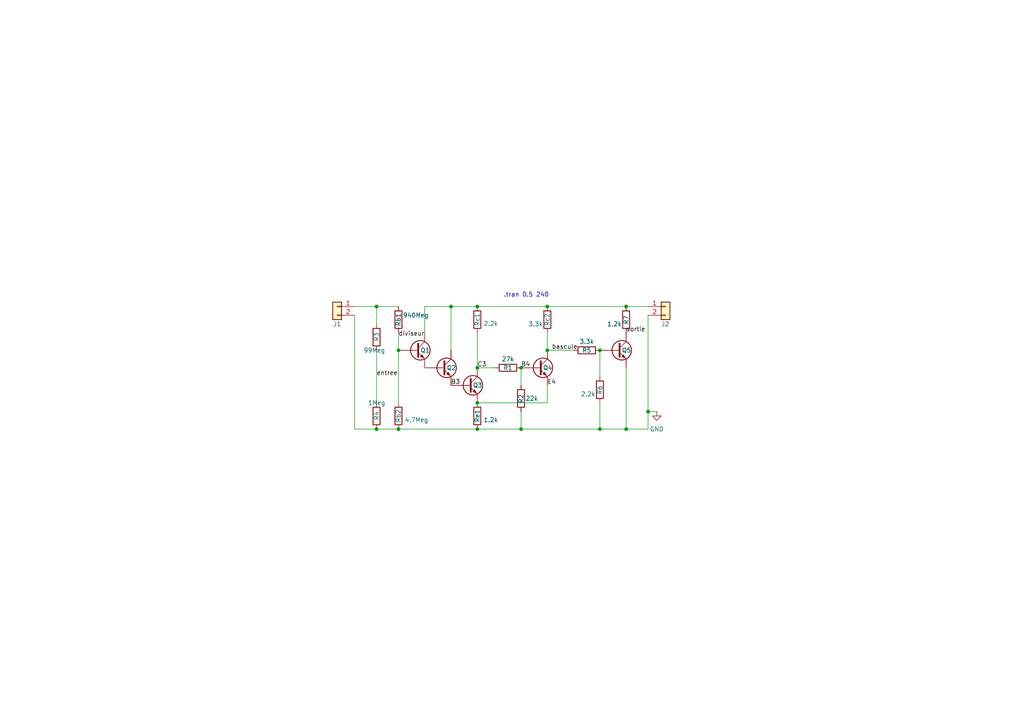
<source format=kicad_sch>
(kicad_sch (version 20211123) (generator eeschema)
  (paper "A4")
  (lib_symbols
    (symbol "common:Conn_01x02" (pin_names (offset 1.016) hide)
      (property "Reference" "J" (at 0 2.54 0))
      (symbol "Conn_01x02_1_1"
        (rectangle (start -1.27 -2.413) (end 0 -2.667) (stroke (width 0.1524)))
        (rectangle (start -1.27 0.127) (end 0 -0.127) (stroke (width 0.1524)))
        (rectangle (start -1.27 1.27) (end 1.27 -3.81) (stroke (width 0.254)) (fill (type background)))
        (pin passive line (at -5.08 0 0) (length 3.81) (name "Pin_1") (number "1"))
        (pin passive line (at -5.08 -2.54 0) (length 3.81) (name "Pin_2") (number "2"))
      )
    )
    (symbol "common:NPN" (pin_numbers hide) (pin_names (offset 0) hide)
      (property "Reference" "Q" (at 1.27 0 0))
      (symbol "NPN_0_1"
        (polyline (pts (xy 0 0) (xy 0.635 0)))
        (polyline (pts (xy 0.635 0.635) (xy 2.54 2.54)))
        (polyline (pts (xy 0.635 -0.635) (xy 2.54 -2.54) (xy 2.54 -2.54)))
        (polyline (pts (xy 0.635 1.905) (xy 0.635 -1.905) (xy 0.635 -1.905)) (stroke (width 0.508)))
        (polyline (pts (xy 1.27 -1.778) (xy 1.778 -1.27) (xy 2.286 -2.286) (xy 1.27 -1.778) (xy 1.27 -1.778)) (fill (type outline)))
        (circle (center 1.27 0) (radius 2.8194) (stroke (width 0.254)))
      )
      (symbol "NPN_1_1"
        (pin passive line (at 2.54 5.08 270) (length 2.54) (name "C") (number "1"))
        (pin input line (at -5.08 0 0) (length 5.08) (name "B") (number "2"))
        (pin passive line (at 2.54 -5.08 90) (length 2.54) (name "E") (number "3"))
      )
    )
    (symbol "common:R" (pin_numbers hide) (pin_names (offset 0) hide)
      (property "Reference" "R" (at 0 0 90))
      (symbol "R_0_1"
        (rectangle (start -1.016 -2.54) (end 1.016 2.54) (stroke (width 0.254)))
      )
      (symbol "R_1_1"
        (pin passive line (at 0 3.81 270) (length 1.27) (name "~") (number "1"))
        (pin passive line (at 0 -3.81 90) (length 1.27) (name "~") (number "2"))
      )
    )
    (symbol "power:GND" (power) (pin_names (offset 0))
      (property "Value" "GND" (at 0 -3.81 0))
      (symbol "GND_0_1"
        (polyline (pts (xy 0 0) (xy 0 -1.27) (xy 1.27 -1.27) (xy 0 -2.54) (xy -1.27 -1.27) (xy 0 -1.27)))
      )
      (symbol "GND_1_1"
        (pin power_in line (at 0 0 270) (length 0) hide (name "GND") (number "1"))
      )
    )
  )
  (junction (at 138.43 106.68))
  (junction (at 187.96 119.38))
  (junction (at 158.75 101.6))
  (junction (at 130.81 88.9))
  (junction (at 115.57 124.46))
  (junction (at 181.61 124.46))
  (junction (at 138.43 88.9))
  (junction (at 173.99 101.6))
  (junction (at 151.13 124.46))
  (junction (at 151.13 106.68))
  (junction (at 109.22 88.9))
  (junction (at 109.22 124.46))
  (junction (at 115.57 101.6))
  (junction (at 138.43 124.46))
  (junction (at 158.75 88.9))
  (junction (at 173.99 124.46))
  (junction (at 181.61 88.9))
  (junction (at 138.43 116.84))
  (wire (pts (xy 102.87 88.9) (xy 109.22 88.9)))
  (wire (pts (xy 130.81 88.9) (xy 138.43 88.9)))
  (wire (pts (xy 109.22 124.46) (xy 115.57 124.46)))
  (wire (pts (xy 123.19 88.9) (xy 123.19 96.52)))
  (wire (pts (xy 115.57 124.46) (xy 138.43 124.46)))
  (wire (pts (xy 138.43 106.68) (xy 143.51 106.68)))
  (wire (pts (xy 158.75 88.9) (xy 181.61 88.9)))
  (wire (pts (xy 181.61 124.46) (xy 181.61 106.68)))
  (wire (pts (xy 138.43 124.46) (xy 151.13 124.46)))
  (wire (pts (xy 158.75 116.84) (xy 138.43 116.84)))
  (wire (pts (xy 109.22 88.9) (xy 115.57 88.9)))
  (wire (pts (xy 173.99 101.6) (xy 173.99 109.22)))
  (wire (pts (xy 158.75 96.52) (xy 158.75 101.6)))
  (wire (pts (xy 187.96 91.44) (xy 187.96 119.38)))
  (wire (pts (xy 115.57 101.6) (xy 115.57 116.84)))
  (wire (pts (xy 123.19 88.9) (xy 130.81 88.9)))
  (wire (pts (xy 158.75 111.76) (xy 158.75 116.84)))
  (wire (pts (xy 151.13 124.46) (xy 173.99 124.46)))
  (wire (pts (xy 187.96 124.46) (xy 181.61 124.46)))
  (wire (pts (xy 158.75 101.6) (xy 166.37 101.6)))
  (wire (pts (xy 190.5 119.38) (xy 187.96 119.38)))
  (wire (pts (xy 181.61 88.9) (xy 187.96 88.9)))
  (wire (pts (xy 151.13 124.46) (xy 151.13 119.38)))
  (wire (pts (xy 138.43 96.52) (xy 138.43 106.68)))
  (wire (pts (xy 115.57 96.52) (xy 115.57 101.6)))
  (wire (pts (xy 109.22 101.6) (xy 109.22 116.84)))
  (wire (pts (xy 187.96 119.38) (xy 187.96 124.46)))
  (wire (pts (xy 130.81 101.6) (xy 130.81 88.9)))
  (wire (pts (xy 102.87 124.46) (xy 109.22 124.46)))
  (wire (pts (xy 173.99 124.46) (xy 181.61 124.46)))
  (wire (pts (xy 109.22 88.9) (xy 109.22 93.98)))
  (wire (pts (xy 151.13 106.68) (xy 151.13 111.76)))
  (wire (pts (xy 102.87 91.44) (xy 102.87 124.46)))
  (wire (pts (xy 138.43 88.9) (xy 158.75 88.9)))
  (wire (pts (xy 173.99 116.84) (xy 173.99 124.46)))
  (text ".tran 0.5 240" (at 146.05 86.36 0) (effects (font (size 1.27 1.27)) (justify left bottom)))
  (label "B4" (at 151.13 106.68 0))
  (label "B3" (at 130.81 111.76 0))
  (label "entree" (at 109.22 109.22 0))
  (label "diviseur" (at 115.57 97.79 0))
  (label "sortie" (at 181.61 96.52 0))
  (label "C3" (at 138.43 106.68 0))
  (label "bascule" (at 160.02 101.6 0))
  (label "E4" (at 158.75 111.76 0))
  (symbol (lib_id "common:R") (at 115.57 92.71 0) (unit 1)
    (property "Reference" "Rb1" (at 115.57 92.71 90))
    (property "Value" "940Meg" (at 116.84 91.44 0) (effects (justify left)))
  )
  (symbol (lib_id "common:R") (at 115.57 120.65 0) (unit 1)
    (property "Reference" "Rb2" (at 115.57 120.65 90))
    (property "Value" "4.7Meg" (at 117.348 121.793 0) (effects (justify left)))
  )
  (symbol (lib_id "common:R") (at 138.43 120.65 0) (unit 1)
    (property "Reference" "Re1" (at 138.43 120.65 90))
    (property "Value" "1.2k" (at 140.208 121.793 0) (effects (justify left)))
  )
  (symbol (lib_id "common:R") (at 138.43 92.71 0) (unit 1)
    (property "Reference" "Rc1" (at 138.43 92.71 90))
    (property "Value" "2.2k" (at 140.208 93.853 0) (effects (justify left)))
  )
  (symbol (lib_id "common:R") (at 147.32 106.68 270) (unit 1)
    (property "Reference" "R1" (at 147.32 106.68 90))
    (property "Value" "27k" (at 147.32 104.14 90))
  )
  (symbol (lib_id "common:R") (at 151.13 115.57 0) (unit 1)
    (property "Reference" "R2" (at 151.13 114.3 90) (effects (justify right)))
    (property "Value" "22k" (at 152.4 115.57 0) (effects (justify left)))
  )
  (symbol (lib_id "common:R") (at 158.75 92.71 0) (unit 1)
    (property "Reference" "Rc2" (at 158.75 92.71 90))
    (property "Value" "3.3k" (at 157.48 93.98 0) (effects (justify right)))
  )
  (symbol (lib_id "common:Conn_01x02") (at 97.79 88.9 0) (mirror y) (unit 1)
    (property "Reference" "J1" (at 97.79 93.98 0))
    (property "Value" "Conn_01x02" (effects hide))
    (property "Spice_Primitive" "V" (effects hide))
    (property "Spice_Model" "pwl(0 0 60 500 120 0 180 500 240 0)" (at 115.57 85.09 0))
    (property "Spice_Netlist_Enabled" "Y" (effects hide))
  )
  (symbol (lib_id "common:Conn_01x02") (at 193.04 88.9 0) (unit 1)
    (property "Reference" "J2" (at 191.77 93.98 0) (effects (justify left)))
    (property "Value" "Conn_01x02" (effects hide))
    (property "Spice_Primitive" "V" (effects hide))
    (property "Spice_Model" "pwl(0 4 119 4 120 3.6)" (at 182.88 85.09 0))
    (property "Spice_Netlist_Enabled" "Y" (effects hide))
  )
  (symbol (lib_id "common:R") (at 109.22 97.79 0) (unit 1)
    (property "Reference" "R3" (at 109.22 99.06 90) (effects (justify left)))
    (property "Value" "99Meg" (at 105.41 101.6 0) (effects (justify left)))
  )
  (symbol (lib_id "common:R") (at 109.22 120.65 0) (unit 1)
    (property "Reference" "R4" (at 109.22 121.92 90) (effects (justify left)))
    (property "Value" "1Meg" (at 106.68 116.84 0) (effects (justify left)))
  )
  (symbol (lib_id "common:R") (at 181.61 92.71 0) (unit 1)
    (property "Reference" "R7" (at 181.61 91.44 90) (effects (justify right)))
    (property "Value" "1.2k" (at 180.34 93.98 0) (effects (justify right)))
  )
  (symbol (lib_id "common:R") (at 170.18 101.6 270) (unit 1)
    (property "Reference" "R5" (at 170.18 101.6 90))
    (property "Value" "3.3k" (at 170.18 99.06 90))
  )
  (symbol (lib_id "common:R") (at 173.99 113.03 0) (unit 1)
    (property "Reference" "R6" (at 173.99 111.76 90) (effects (justify right)))
    (property "Value" "2.2k" (at 172.72 114.3 0) (effects (justify right)))
  )
  (symbol (lib_id "common:NPN") (at 120.65 101.6 0) (unit 1)
    (property "Reference" "Q1" (at 121.92 101.6 0) (effects (justify left)))
    (property "Value" "NPN" (effects hide))
    (property "Footprint" "TO-92" (effects hide))
    (property "Spice_Primitive" "Q" (effects hide))
    (property "Spice_Model" "QBC337-40" (effects hide))
    (property "Spice_Netlist_Enabled" "Y" (effects hide))
    (property "Spice_Lib_File" "../../../projects/kicad/bc337-40-300.lib" (effects hide))
  )
  (symbol (lib_id "common:NPN") (at 128.27 106.68 0) (unit 1)
    (property "Reference" "Q2" (at 129.54 106.68 0) (effects (justify left)))
    (property "Value" "NPN" (effects hide))
    (property "Footprint" "TO-92" (effects hide))
    (property "Spice_Primitive" "Q" (effects hide))
    (property "Spice_Model" "QBC337-40" (effects hide))
    (property "Spice_Netlist_Enabled" "Y" (effects hide))
    (property "Spice_Lib_File" "../../../projects/kicad/bc337-40-300.lib" (effects hide))
  )
  (symbol (lib_id "common:NPN") (at 135.89 111.76 0) (unit 1)
    (property "Reference" "Q3" (at 137.16 111.76 0) (effects (justify left)))
    (property "Value" "NPN" (effects hide))
    (property "Footprint" "TO-92" (effects hide))
    (property "Spice_Primitive" "Q" (effects hide))
    (property "Spice_Model" "QBC337-40" (effects hide))
    (property "Spice_Netlist_Enabled" "Y" (effects hide))
    (property "Spice_Lib_File" "../../../projects/kicad/bc337-40-300.lib" (effects hide))
  )
  (symbol (lib_id "common:NPN") (at 156.21 106.68 0) (unit 1)
    (property "Reference" "Q4" (at 157.48 106.68 0) (effects (justify left)))
    (property "Value" "NPN" (effects hide))
    (property "Footprint" "TO-92" (effects hide))
    (property "Spice_Primitive" "Q" (effects hide))
    (property "Spice_Model" "QBC337-40" (effects hide))
    (property "Spice_Netlist_Enabled" "Y" (effects hide))
    (property "Spice_Lib_File" "../../../projects/kicad/bc337-40-300.lib" (effects hide))
  )
  (symbol (lib_id "common:NPN") (at 179.07 101.6 0) (unit 1)
    (property "Reference" "Q5" (at 180.34 101.6 0) (effects (justify left)))
    (property "Value" "NPN" (effects hide))
    (property "Footprint" "TO-92" (effects hide))
    (property "Spice_Primitive" "Q" (effects hide))
    (property "Spice_Model" "QBC337-40" (effects hide))
    (property "Spice_Netlist_Enabled" "Y" (effects hide))
    (property "Spice_Lib_File" "../../../projects/kicad/bc337-40-300.lib" (effects hide))
  )
  (symbol (lib_id "power:GND") (at 190.5 119.38 0) (unit 1)
    (property "Reference" "#PWR?" (effects hide))
    (property "Value" "GND" (at 190.5 124.46 0))
  )
)
</source>
